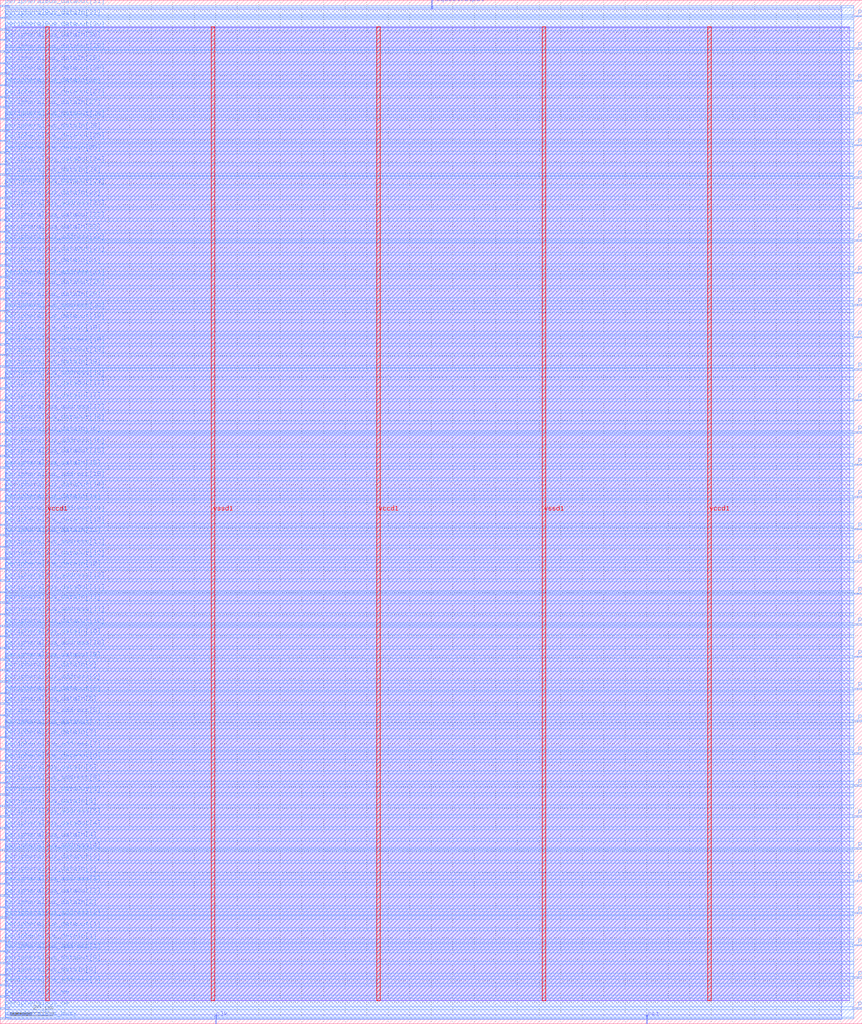
<source format=lef>
VERSION 5.7 ;
  NOWIREEXTENSIONATPIN ON ;
  DIVIDERCHAR "/" ;
  BUSBITCHARS "[]" ;
MACRO PWM
  CLASS BLOCK ;
  FOREIGN PWM ;
  ORIGIN 0.000 0.000 ;
  SIZE 400.000 BY 475.000 ;
  PIN clk
    DIRECTION INPUT ;
    USE SIGNAL ;
    PORT
      LAYER met2 ;
        RECT 99.910 0.000 100.190 4.000 ;
    END
  END clk
  PIN peripheralBus_address[0]
    DIRECTION INPUT ;
    USE SIGNAL ;
    PORT
      LAYER met3 ;
        RECT 0.000 17.720 4.000 18.320 ;
    END
  END peripheralBus_address[0]
  PIN peripheralBus_address[10]
    DIRECTION INPUT ;
    USE SIGNAL ;
    PORT
      LAYER met3 ;
        RECT 0.000 174.120 4.000 174.720 ;
    END
  END peripheralBus_address[10]
  PIN peripheralBus_address[11]
    DIRECTION INPUT ;
    USE SIGNAL ;
    PORT
      LAYER met3 ;
        RECT 0.000 189.760 4.000 190.360 ;
    END
  END peripheralBus_address[11]
  PIN peripheralBus_address[12]
    DIRECTION INPUT ;
    USE SIGNAL ;
    PORT
      LAYER met3 ;
        RECT 0.000 205.400 4.000 206.000 ;
    END
  END peripheralBus_address[12]
  PIN peripheralBus_address[13]
    DIRECTION INPUT ;
    USE SIGNAL ;
    PORT
      LAYER met3 ;
        RECT 0.000 221.040 4.000 221.640 ;
    END
  END peripheralBus_address[13]
  PIN peripheralBus_address[14]
    DIRECTION INPUT ;
    USE SIGNAL ;
    PORT
      LAYER met3 ;
        RECT 0.000 236.680 4.000 237.280 ;
    END
  END peripheralBus_address[14]
  PIN peripheralBus_address[15]
    DIRECTION INPUT ;
    USE SIGNAL ;
    PORT
      LAYER met3 ;
        RECT 0.000 252.320 4.000 252.920 ;
    END
  END peripheralBus_address[15]
  PIN peripheralBus_address[16]
    DIRECTION INPUT ;
    USE SIGNAL ;
    PORT
      LAYER met3 ;
        RECT 0.000 267.960 4.000 268.560 ;
    END
  END peripheralBus_address[16]
  PIN peripheralBus_address[17]
    DIRECTION INPUT ;
    USE SIGNAL ;
    PORT
      LAYER met3 ;
        RECT 0.000 283.600 4.000 284.200 ;
    END
  END peripheralBus_address[17]
  PIN peripheralBus_address[18]
    DIRECTION INPUT ;
    USE SIGNAL ;
    PORT
      LAYER met3 ;
        RECT 0.000 299.240 4.000 299.840 ;
    END
  END peripheralBus_address[18]
  PIN peripheralBus_address[19]
    DIRECTION INPUT ;
    USE SIGNAL ;
    PORT
      LAYER met3 ;
        RECT 0.000 314.880 4.000 315.480 ;
    END
  END peripheralBus_address[19]
  PIN peripheralBus_address[1]
    DIRECTION INPUT ;
    USE SIGNAL ;
    PORT
      LAYER met3 ;
        RECT 0.000 33.360 4.000 33.960 ;
    END
  END peripheralBus_address[1]
  PIN peripheralBus_address[20]
    DIRECTION INPUT ;
    USE SIGNAL ;
    PORT
      LAYER met3 ;
        RECT 0.000 330.520 4.000 331.120 ;
    END
  END peripheralBus_address[20]
  PIN peripheralBus_address[21]
    DIRECTION INPUT ;
    USE SIGNAL ;
    PORT
      LAYER met3 ;
        RECT 0.000 346.160 4.000 346.760 ;
    END
  END peripheralBus_address[21]
  PIN peripheralBus_address[22]
    DIRECTION INPUT ;
    USE SIGNAL ;
    PORT
      LAYER met3 ;
        RECT 0.000 362.480 4.000 363.080 ;
    END
  END peripheralBus_address[22]
  PIN peripheralBus_address[23]
    DIRECTION INPUT ;
    USE SIGNAL ;
    PORT
      LAYER met3 ;
        RECT 0.000 378.120 4.000 378.720 ;
    END
  END peripheralBus_address[23]
  PIN peripheralBus_address[2]
    DIRECTION INPUT ;
    USE SIGNAL ;
    PORT
      LAYER met3 ;
        RECT 0.000 49.000 4.000 49.600 ;
    END
  END peripheralBus_address[2]
  PIN peripheralBus_address[3]
    DIRECTION INPUT ;
    USE SIGNAL ;
    PORT
      LAYER met3 ;
        RECT 0.000 64.640 4.000 65.240 ;
    END
  END peripheralBus_address[3]
  PIN peripheralBus_address[4]
    DIRECTION INPUT ;
    USE SIGNAL ;
    PORT
      LAYER met3 ;
        RECT 0.000 80.280 4.000 80.880 ;
    END
  END peripheralBus_address[4]
  PIN peripheralBus_address[5]
    DIRECTION INPUT ;
    USE SIGNAL ;
    PORT
      LAYER met3 ;
        RECT 0.000 95.920 4.000 96.520 ;
    END
  END peripheralBus_address[5]
  PIN peripheralBus_address[6]
    DIRECTION INPUT ;
    USE SIGNAL ;
    PORT
      LAYER met3 ;
        RECT 0.000 111.560 4.000 112.160 ;
    END
  END peripheralBus_address[6]
  PIN peripheralBus_address[7]
    DIRECTION INPUT ;
    USE SIGNAL ;
    PORT
      LAYER met3 ;
        RECT 0.000 127.200 4.000 127.800 ;
    END
  END peripheralBus_address[7]
  PIN peripheralBus_address[8]
    DIRECTION INPUT ;
    USE SIGNAL ;
    PORT
      LAYER met3 ;
        RECT 0.000 142.840 4.000 143.440 ;
    END
  END peripheralBus_address[8]
  PIN peripheralBus_address[9]
    DIRECTION INPUT ;
    USE SIGNAL ;
    PORT
      LAYER met3 ;
        RECT 0.000 158.480 4.000 159.080 ;
    END
  END peripheralBus_address[9]
  PIN peripheralBus_busy
    DIRECTION OUTPUT TRISTATE ;
    USE SIGNAL ;
    PORT
      LAYER met3 ;
        RECT 0.000 2.080 4.000 2.680 ;
    END
  END peripheralBus_busy
  PIN peripheralBus_dataIn[0]
    DIRECTION INPUT ;
    USE SIGNAL ;
    PORT
      LAYER met3 ;
        RECT 0.000 22.480 4.000 23.080 ;
    END
  END peripheralBus_dataIn[0]
  PIN peripheralBus_dataIn[10]
    DIRECTION INPUT ;
    USE SIGNAL ;
    PORT
      LAYER met3 ;
        RECT 0.000 179.560 4.000 180.160 ;
    END
  END peripheralBus_dataIn[10]
  PIN peripheralBus_dataIn[11]
    DIRECTION INPUT ;
    USE SIGNAL ;
    PORT
      LAYER met3 ;
        RECT 0.000 195.200 4.000 195.800 ;
    END
  END peripheralBus_dataIn[11]
  PIN peripheralBus_dataIn[12]
    DIRECTION INPUT ;
    USE SIGNAL ;
    PORT
      LAYER met3 ;
        RECT 0.000 210.840 4.000 211.440 ;
    END
  END peripheralBus_dataIn[12]
  PIN peripheralBus_dataIn[13]
    DIRECTION INPUT ;
    USE SIGNAL ;
    PORT
      LAYER met3 ;
        RECT 0.000 226.480 4.000 227.080 ;
    END
  END peripheralBus_dataIn[13]
  PIN peripheralBus_dataIn[14]
    DIRECTION INPUT ;
    USE SIGNAL ;
    PORT
      LAYER met3 ;
        RECT 0.000 242.120 4.000 242.720 ;
    END
  END peripheralBus_dataIn[14]
  PIN peripheralBus_dataIn[15]
    DIRECTION INPUT ;
    USE SIGNAL ;
    PORT
      LAYER met3 ;
        RECT 0.000 257.760 4.000 258.360 ;
    END
  END peripheralBus_dataIn[15]
  PIN peripheralBus_dataIn[16]
    DIRECTION INPUT ;
    USE SIGNAL ;
    PORT
      LAYER met3 ;
        RECT 0.000 273.400 4.000 274.000 ;
    END
  END peripheralBus_dataIn[16]
  PIN peripheralBus_dataIn[17]
    DIRECTION INPUT ;
    USE SIGNAL ;
    PORT
      LAYER met3 ;
        RECT 0.000 289.040 4.000 289.640 ;
    END
  END peripheralBus_dataIn[17]
  PIN peripheralBus_dataIn[18]
    DIRECTION INPUT ;
    USE SIGNAL ;
    PORT
      LAYER met3 ;
        RECT 0.000 304.680 4.000 305.280 ;
    END
  END peripheralBus_dataIn[18]
  PIN peripheralBus_dataIn[19]
    DIRECTION INPUT ;
    USE SIGNAL ;
    PORT
      LAYER met3 ;
        RECT 0.000 320.320 4.000 320.920 ;
    END
  END peripheralBus_dataIn[19]
  PIN peripheralBus_dataIn[1]
    DIRECTION INPUT ;
    USE SIGNAL ;
    PORT
      LAYER met3 ;
        RECT 0.000 38.120 4.000 38.720 ;
    END
  END peripheralBus_dataIn[1]
  PIN peripheralBus_dataIn[20]
    DIRECTION INPUT ;
    USE SIGNAL ;
    PORT
      LAYER met3 ;
        RECT 0.000 335.960 4.000 336.560 ;
    END
  END peripheralBus_dataIn[20]
  PIN peripheralBus_dataIn[21]
    DIRECTION INPUT ;
    USE SIGNAL ;
    PORT
      LAYER met3 ;
        RECT 0.000 351.600 4.000 352.200 ;
    END
  END peripheralBus_dataIn[21]
  PIN peripheralBus_dataIn[22]
    DIRECTION INPUT ;
    USE SIGNAL ;
    PORT
      LAYER met3 ;
        RECT 0.000 367.240 4.000 367.840 ;
    END
  END peripheralBus_dataIn[22]
  PIN peripheralBus_dataIn[23]
    DIRECTION INPUT ;
    USE SIGNAL ;
    PORT
      LAYER met3 ;
        RECT 0.000 382.880 4.000 383.480 ;
    END
  END peripheralBus_dataIn[23]
  PIN peripheralBus_dataIn[24]
    DIRECTION INPUT ;
    USE SIGNAL ;
    PORT
      LAYER met3 ;
        RECT 0.000 393.760 4.000 394.360 ;
    END
  END peripheralBus_dataIn[24]
  PIN peripheralBus_dataIn[25]
    DIRECTION INPUT ;
    USE SIGNAL ;
    PORT
      LAYER met3 ;
        RECT 0.000 403.960 4.000 404.560 ;
    END
  END peripheralBus_dataIn[25]
  PIN peripheralBus_dataIn[26]
    DIRECTION INPUT ;
    USE SIGNAL ;
    PORT
      LAYER met3 ;
        RECT 0.000 414.160 4.000 414.760 ;
    END
  END peripheralBus_dataIn[26]
  PIN peripheralBus_dataIn[27]
    DIRECTION INPUT ;
    USE SIGNAL ;
    PORT
      LAYER met3 ;
        RECT 0.000 425.040 4.000 425.640 ;
    END
  END peripheralBus_dataIn[27]
  PIN peripheralBus_dataIn[28]
    DIRECTION INPUT ;
    USE SIGNAL ;
    PORT
      LAYER met3 ;
        RECT 0.000 435.240 4.000 435.840 ;
    END
  END peripheralBus_dataIn[28]
  PIN peripheralBus_dataIn[29]
    DIRECTION INPUT ;
    USE SIGNAL ;
    PORT
      LAYER met3 ;
        RECT 0.000 445.440 4.000 446.040 ;
    END
  END peripheralBus_dataIn[29]
  PIN peripheralBus_dataIn[2]
    DIRECTION INPUT ;
    USE SIGNAL ;
    PORT
      LAYER met3 ;
        RECT 0.000 53.760 4.000 54.360 ;
    END
  END peripheralBus_dataIn[2]
  PIN peripheralBus_dataIn[30]
    DIRECTION INPUT ;
    USE SIGNAL ;
    PORT
      LAYER met3 ;
        RECT 0.000 456.320 4.000 456.920 ;
    END
  END peripheralBus_dataIn[30]
  PIN peripheralBus_dataIn[31]
    DIRECTION INPUT ;
    USE SIGNAL ;
    PORT
      LAYER met3 ;
        RECT 0.000 466.520 4.000 467.120 ;
    END
  END peripheralBus_dataIn[31]
  PIN peripheralBus_dataIn[3]
    DIRECTION INPUT ;
    USE SIGNAL ;
    PORT
      LAYER met3 ;
        RECT 0.000 69.400 4.000 70.000 ;
    END
  END peripheralBus_dataIn[3]
  PIN peripheralBus_dataIn[4]
    DIRECTION INPUT ;
    USE SIGNAL ;
    PORT
      LAYER met3 ;
        RECT 0.000 85.040 4.000 85.640 ;
    END
  END peripheralBus_dataIn[4]
  PIN peripheralBus_dataIn[5]
    DIRECTION INPUT ;
    USE SIGNAL ;
    PORT
      LAYER met3 ;
        RECT 0.000 100.680 4.000 101.280 ;
    END
  END peripheralBus_dataIn[5]
  PIN peripheralBus_dataIn[6]
    DIRECTION INPUT ;
    USE SIGNAL ;
    PORT
      LAYER met3 ;
        RECT 0.000 116.320 4.000 116.920 ;
    END
  END peripheralBus_dataIn[6]
  PIN peripheralBus_dataIn[7]
    DIRECTION INPUT ;
    USE SIGNAL ;
    PORT
      LAYER met3 ;
        RECT 0.000 132.640 4.000 133.240 ;
    END
  END peripheralBus_dataIn[7]
  PIN peripheralBus_dataIn[8]
    DIRECTION INPUT ;
    USE SIGNAL ;
    PORT
      LAYER met3 ;
        RECT 0.000 148.280 4.000 148.880 ;
    END
  END peripheralBus_dataIn[8]
  PIN peripheralBus_dataIn[9]
    DIRECTION INPUT ;
    USE SIGNAL ;
    PORT
      LAYER met3 ;
        RECT 0.000 163.920 4.000 164.520 ;
    END
  END peripheralBus_dataIn[9]
  PIN peripheralBus_dataOut[0]
    DIRECTION OUTPUT TRISTATE ;
    USE SIGNAL ;
    PORT
      LAYER met3 ;
        RECT 0.000 27.920 4.000 28.520 ;
    END
  END peripheralBus_dataOut[0]
  PIN peripheralBus_dataOut[10]
    DIRECTION OUTPUT TRISTATE ;
    USE SIGNAL ;
    PORT
      LAYER met3 ;
        RECT 0.000 184.320 4.000 184.920 ;
    END
  END peripheralBus_dataOut[10]
  PIN peripheralBus_dataOut[11]
    DIRECTION OUTPUT TRISTATE ;
    USE SIGNAL ;
    PORT
      LAYER met3 ;
        RECT 0.000 199.960 4.000 200.560 ;
    END
  END peripheralBus_dataOut[11]
  PIN peripheralBus_dataOut[12]
    DIRECTION OUTPUT TRISTATE ;
    USE SIGNAL ;
    PORT
      LAYER met3 ;
        RECT 0.000 215.600 4.000 216.200 ;
    END
  END peripheralBus_dataOut[12]
  PIN peripheralBus_dataOut[13]
    DIRECTION OUTPUT TRISTATE ;
    USE SIGNAL ;
    PORT
      LAYER met3 ;
        RECT 0.000 231.240 4.000 231.840 ;
    END
  END peripheralBus_dataOut[13]
  PIN peripheralBus_dataOut[14]
    DIRECTION OUTPUT TRISTATE ;
    USE SIGNAL ;
    PORT
      LAYER met3 ;
        RECT 0.000 247.560 4.000 248.160 ;
    END
  END peripheralBus_dataOut[14]
  PIN peripheralBus_dataOut[15]
    DIRECTION OUTPUT TRISTATE ;
    USE SIGNAL ;
    PORT
      LAYER met3 ;
        RECT 0.000 263.200 4.000 263.800 ;
    END
  END peripheralBus_dataOut[15]
  PIN peripheralBus_dataOut[16]
    DIRECTION OUTPUT TRISTATE ;
    USE SIGNAL ;
    PORT
      LAYER met3 ;
        RECT 0.000 278.840 4.000 279.440 ;
    END
  END peripheralBus_dataOut[16]
  PIN peripheralBus_dataOut[17]
    DIRECTION OUTPUT TRISTATE ;
    USE SIGNAL ;
    PORT
      LAYER met3 ;
        RECT 0.000 294.480 4.000 295.080 ;
    END
  END peripheralBus_dataOut[17]
  PIN peripheralBus_dataOut[18]
    DIRECTION OUTPUT TRISTATE ;
    USE SIGNAL ;
    PORT
      LAYER met3 ;
        RECT 0.000 310.120 4.000 310.720 ;
    END
  END peripheralBus_dataOut[18]
  PIN peripheralBus_dataOut[19]
    DIRECTION OUTPUT TRISTATE ;
    USE SIGNAL ;
    PORT
      LAYER met3 ;
        RECT 0.000 325.760 4.000 326.360 ;
    END
  END peripheralBus_dataOut[19]
  PIN peripheralBus_dataOut[1]
    DIRECTION OUTPUT TRISTATE ;
    USE SIGNAL ;
    PORT
      LAYER met3 ;
        RECT 0.000 43.560 4.000 44.160 ;
    END
  END peripheralBus_dataOut[1]
  PIN peripheralBus_dataOut[20]
    DIRECTION OUTPUT TRISTATE ;
    USE SIGNAL ;
    PORT
      LAYER met3 ;
        RECT 0.000 341.400 4.000 342.000 ;
    END
  END peripheralBus_dataOut[20]
  PIN peripheralBus_dataOut[21]
    DIRECTION OUTPUT TRISTATE ;
    USE SIGNAL ;
    PORT
      LAYER met3 ;
        RECT 0.000 357.040 4.000 357.640 ;
    END
  END peripheralBus_dataOut[21]
  PIN peripheralBus_dataOut[22]
    DIRECTION OUTPUT TRISTATE ;
    USE SIGNAL ;
    PORT
      LAYER met3 ;
        RECT 0.000 372.680 4.000 373.280 ;
    END
  END peripheralBus_dataOut[22]
  PIN peripheralBus_dataOut[23]
    DIRECTION OUTPUT TRISTATE ;
    USE SIGNAL ;
    PORT
      LAYER met3 ;
        RECT 0.000 388.320 4.000 388.920 ;
    END
  END peripheralBus_dataOut[23]
  PIN peripheralBus_dataOut[24]
    DIRECTION OUTPUT TRISTATE ;
    USE SIGNAL ;
    PORT
      LAYER met3 ;
        RECT 0.000 398.520 4.000 399.120 ;
    END
  END peripheralBus_dataOut[24]
  PIN peripheralBus_dataOut[25]
    DIRECTION OUTPUT TRISTATE ;
    USE SIGNAL ;
    PORT
      LAYER met3 ;
        RECT 0.000 409.400 4.000 410.000 ;
    END
  END peripheralBus_dataOut[25]
  PIN peripheralBus_dataOut[26]
    DIRECTION OUTPUT TRISTATE ;
    USE SIGNAL ;
    PORT
      LAYER met3 ;
        RECT 0.000 419.600 4.000 420.200 ;
    END
  END peripheralBus_dataOut[26]
  PIN peripheralBus_dataOut[27]
    DIRECTION OUTPUT TRISTATE ;
    USE SIGNAL ;
    PORT
      LAYER met3 ;
        RECT 0.000 429.800 4.000 430.400 ;
    END
  END peripheralBus_dataOut[27]
  PIN peripheralBus_dataOut[28]
    DIRECTION OUTPUT TRISTATE ;
    USE SIGNAL ;
    PORT
      LAYER met3 ;
        RECT 0.000 440.680 4.000 441.280 ;
    END
  END peripheralBus_dataOut[28]
  PIN peripheralBus_dataOut[29]
    DIRECTION OUTPUT TRISTATE ;
    USE SIGNAL ;
    PORT
      LAYER met3 ;
        RECT 0.000 450.880 4.000 451.480 ;
    END
  END peripheralBus_dataOut[29]
  PIN peripheralBus_dataOut[2]
    DIRECTION OUTPUT TRISTATE ;
    USE SIGNAL ;
    PORT
      LAYER met3 ;
        RECT 0.000 59.200 4.000 59.800 ;
    END
  END peripheralBus_dataOut[2]
  PIN peripheralBus_dataOut[30]
    DIRECTION OUTPUT TRISTATE ;
    USE SIGNAL ;
    PORT
      LAYER met3 ;
        RECT 0.000 461.080 4.000 461.680 ;
    END
  END peripheralBus_dataOut[30]
  PIN peripheralBus_dataOut[31]
    DIRECTION OUTPUT TRISTATE ;
    USE SIGNAL ;
    PORT
      LAYER met3 ;
        RECT 0.000 471.960 4.000 472.560 ;
    END
  END peripheralBus_dataOut[31]
  PIN peripheralBus_dataOut[3]
    DIRECTION OUTPUT TRISTATE ;
    USE SIGNAL ;
    PORT
      LAYER met3 ;
        RECT 0.000 74.840 4.000 75.440 ;
    END
  END peripheralBus_dataOut[3]
  PIN peripheralBus_dataOut[4]
    DIRECTION OUTPUT TRISTATE ;
    USE SIGNAL ;
    PORT
      LAYER met3 ;
        RECT 0.000 90.480 4.000 91.080 ;
    END
  END peripheralBus_dataOut[4]
  PIN peripheralBus_dataOut[5]
    DIRECTION OUTPUT TRISTATE ;
    USE SIGNAL ;
    PORT
      LAYER met3 ;
        RECT 0.000 106.120 4.000 106.720 ;
    END
  END peripheralBus_dataOut[5]
  PIN peripheralBus_dataOut[6]
    DIRECTION OUTPUT TRISTATE ;
    USE SIGNAL ;
    PORT
      LAYER met3 ;
        RECT 0.000 121.760 4.000 122.360 ;
    END
  END peripheralBus_dataOut[6]
  PIN peripheralBus_dataOut[7]
    DIRECTION OUTPUT TRISTATE ;
    USE SIGNAL ;
    PORT
      LAYER met3 ;
        RECT 0.000 137.400 4.000 138.000 ;
    END
  END peripheralBus_dataOut[7]
  PIN peripheralBus_dataOut[8]
    DIRECTION OUTPUT TRISTATE ;
    USE SIGNAL ;
    PORT
      LAYER met3 ;
        RECT 0.000 153.040 4.000 153.640 ;
    END
  END peripheralBus_dataOut[8]
  PIN peripheralBus_dataOut[9]
    DIRECTION OUTPUT TRISTATE ;
    USE SIGNAL ;
    PORT
      LAYER met3 ;
        RECT 0.000 168.680 4.000 169.280 ;
    END
  END peripheralBus_dataOut[9]
  PIN peripheralBus_oe
    DIRECTION INPUT ;
    USE SIGNAL ;
    PORT
      LAYER met3 ;
        RECT 0.000 6.840 4.000 7.440 ;
    END
  END peripheralBus_oe
  PIN peripheralBus_we
    DIRECTION INPUT ;
    USE SIGNAL ;
    PORT
      LAYER met3 ;
        RECT 0.000 12.280 4.000 12.880 ;
    END
  END peripheralBus_we
  PIN pwm_en[0]
    DIRECTION OUTPUT TRISTATE ;
    USE SIGNAL ;
    PORT
      LAYER met3 ;
        RECT 396.000 6.840 400.000 7.440 ;
    END
  END pwm_en[0]
  PIN pwm_en[10]
    DIRECTION OUTPUT TRISTATE ;
    USE SIGNAL ;
    PORT
      LAYER met3 ;
        RECT 396.000 303.320 400.000 303.920 ;
    END
  END pwm_en[10]
  PIN pwm_en[11]
    DIRECTION OUTPUT TRISTATE ;
    USE SIGNAL ;
    PORT
      LAYER met3 ;
        RECT 396.000 333.240 400.000 333.840 ;
    END
  END pwm_en[11]
  PIN pwm_en[12]
    DIRECTION OUTPUT TRISTATE ;
    USE SIGNAL ;
    PORT
      LAYER met3 ;
        RECT 396.000 363.160 400.000 363.760 ;
    END
  END pwm_en[12]
  PIN pwm_en[13]
    DIRECTION OUTPUT TRISTATE ;
    USE SIGNAL ;
    PORT
      LAYER met3 ;
        RECT 396.000 392.400 400.000 393.000 ;
    END
  END pwm_en[13]
  PIN pwm_en[14]
    DIRECTION OUTPUT TRISTATE ;
    USE SIGNAL ;
    PORT
      LAYER met3 ;
        RECT 396.000 422.320 400.000 422.920 ;
    END
  END pwm_en[14]
  PIN pwm_en[15]
    DIRECTION OUTPUT TRISTATE ;
    USE SIGNAL ;
    PORT
      LAYER met3 ;
        RECT 396.000 452.240 400.000 452.840 ;
    END
  END pwm_en[15]
  PIN pwm_en[1]
    DIRECTION OUTPUT TRISTATE ;
    USE SIGNAL ;
    PORT
      LAYER met3 ;
        RECT 396.000 36.080 400.000 36.680 ;
    END
  END pwm_en[1]
  PIN pwm_en[2]
    DIRECTION OUTPUT TRISTATE ;
    USE SIGNAL ;
    PORT
      LAYER met3 ;
        RECT 396.000 66.000 400.000 66.600 ;
    END
  END pwm_en[2]
  PIN pwm_en[3]
    DIRECTION OUTPUT TRISTATE ;
    USE SIGNAL ;
    PORT
      LAYER met3 ;
        RECT 396.000 95.920 400.000 96.520 ;
    END
  END pwm_en[3]
  PIN pwm_en[4]
    DIRECTION OUTPUT TRISTATE ;
    USE SIGNAL ;
    PORT
      LAYER met3 ;
        RECT 396.000 125.160 400.000 125.760 ;
    END
  END pwm_en[4]
  PIN pwm_en[5]
    DIRECTION OUTPUT TRISTATE ;
    USE SIGNAL ;
    PORT
      LAYER met3 ;
        RECT 396.000 155.080 400.000 155.680 ;
    END
  END pwm_en[5]
  PIN pwm_en[6]
    DIRECTION OUTPUT TRISTATE ;
    USE SIGNAL ;
    PORT
      LAYER met3 ;
        RECT 396.000 185.000 400.000 185.600 ;
    END
  END pwm_en[6]
  PIN pwm_en[7]
    DIRECTION OUTPUT TRISTATE ;
    USE SIGNAL ;
    PORT
      LAYER met3 ;
        RECT 396.000 214.240 400.000 214.840 ;
    END
  END pwm_en[7]
  PIN pwm_en[8]
    DIRECTION OUTPUT TRISTATE ;
    USE SIGNAL ;
    PORT
      LAYER met3 ;
        RECT 396.000 244.160 400.000 244.760 ;
    END
  END pwm_en[8]
  PIN pwm_en[9]
    DIRECTION OUTPUT TRISTATE ;
    USE SIGNAL ;
    PORT
      LAYER met3 ;
        RECT 396.000 274.080 400.000 274.680 ;
    END
  END pwm_en[9]
  PIN pwm_out[0]
    DIRECTION OUTPUT TRISTATE ;
    USE SIGNAL ;
    PORT
      LAYER met3 ;
        RECT 396.000 21.120 400.000 21.720 ;
    END
  END pwm_out[0]
  PIN pwm_out[10]
    DIRECTION OUTPUT TRISTATE ;
    USE SIGNAL ;
    PORT
      LAYER met3 ;
        RECT 396.000 318.280 400.000 318.880 ;
    END
  END pwm_out[10]
  PIN pwm_out[11]
    DIRECTION OUTPUT TRISTATE ;
    USE SIGNAL ;
    PORT
      LAYER met3 ;
        RECT 396.000 348.200 400.000 348.800 ;
    END
  END pwm_out[11]
  PIN pwm_out[12]
    DIRECTION OUTPUT TRISTATE ;
    USE SIGNAL ;
    PORT
      LAYER met3 ;
        RECT 396.000 378.120 400.000 378.720 ;
    END
  END pwm_out[12]
  PIN pwm_out[13]
    DIRECTION OUTPUT TRISTATE ;
    USE SIGNAL ;
    PORT
      LAYER met3 ;
        RECT 396.000 407.360 400.000 407.960 ;
    END
  END pwm_out[13]
  PIN pwm_out[14]
    DIRECTION OUTPUT TRISTATE ;
    USE SIGNAL ;
    PORT
      LAYER met3 ;
        RECT 396.000 437.280 400.000 437.880 ;
    END
  END pwm_out[14]
  PIN pwm_out[15]
    DIRECTION OUTPUT TRISTATE ;
    USE SIGNAL ;
    PORT
      LAYER met3 ;
        RECT 396.000 467.200 400.000 467.800 ;
    END
  END pwm_out[15]
  PIN pwm_out[1]
    DIRECTION OUTPUT TRISTATE ;
    USE SIGNAL ;
    PORT
      LAYER met3 ;
        RECT 396.000 51.040 400.000 51.640 ;
    END
  END pwm_out[1]
  PIN pwm_out[2]
    DIRECTION OUTPUT TRISTATE ;
    USE SIGNAL ;
    PORT
      LAYER met3 ;
        RECT 396.000 80.960 400.000 81.560 ;
    END
  END pwm_out[2]
  PIN pwm_out[3]
    DIRECTION OUTPUT TRISTATE ;
    USE SIGNAL ;
    PORT
      LAYER met3 ;
        RECT 396.000 110.200 400.000 110.800 ;
    END
  END pwm_out[3]
  PIN pwm_out[4]
    DIRECTION OUTPUT TRISTATE ;
    USE SIGNAL ;
    PORT
      LAYER met3 ;
        RECT 396.000 140.120 400.000 140.720 ;
    END
  END pwm_out[4]
  PIN pwm_out[5]
    DIRECTION OUTPUT TRISTATE ;
    USE SIGNAL ;
    PORT
      LAYER met3 ;
        RECT 396.000 170.040 400.000 170.640 ;
    END
  END pwm_out[5]
  PIN pwm_out[6]
    DIRECTION OUTPUT TRISTATE ;
    USE SIGNAL ;
    PORT
      LAYER met3 ;
        RECT 396.000 199.280 400.000 199.880 ;
    END
  END pwm_out[6]
  PIN pwm_out[7]
    DIRECTION OUTPUT TRISTATE ;
    USE SIGNAL ;
    PORT
      LAYER met3 ;
        RECT 396.000 229.200 400.000 229.800 ;
    END
  END pwm_out[7]
  PIN pwm_out[8]
    DIRECTION OUTPUT TRISTATE ;
    USE SIGNAL ;
    PORT
      LAYER met3 ;
        RECT 396.000 259.120 400.000 259.720 ;
    END
  END pwm_out[8]
  PIN pwm_out[9]
    DIRECTION OUTPUT TRISTATE ;
    USE SIGNAL ;
    PORT
      LAYER met3 ;
        RECT 396.000 289.040 400.000 289.640 ;
    END
  END pwm_out[9]
  PIN requestOutput
    DIRECTION OUTPUT TRISTATE ;
    USE SIGNAL ;
    PORT
      LAYER met2 ;
        RECT 200.190 471.000 200.470 475.000 ;
    END
  END requestOutput
  PIN rst
    DIRECTION INPUT ;
    USE SIGNAL ;
    PORT
      LAYER met2 ;
        RECT 300.010 0.000 300.290 4.000 ;
    END
  END rst
  PIN vccd1
    DIRECTION INPUT ;
    USE POWER ;
    PORT
      LAYER met4 ;
        RECT 21.040 10.640 22.640 462.640 ;
    END
    PORT
      LAYER met4 ;
        RECT 174.640 10.640 176.240 462.640 ;
    END
    PORT
      LAYER met4 ;
        RECT 328.240 10.640 329.840 462.640 ;
    END
  END vccd1
  PIN vssd1
    DIRECTION INPUT ;
    USE GROUND ;
    PORT
      LAYER met4 ;
        RECT 97.840 10.640 99.440 462.640 ;
    END
    PORT
      LAYER met4 ;
        RECT 251.440 10.640 253.040 462.640 ;
    END
  END vssd1
  OBS
      LAYER li1 ;
        RECT 5.520 10.795 394.220 462.485 ;
      LAYER met1 ;
        RECT 2.830 10.640 394.220 462.640 ;
      LAYER met2 ;
        RECT 2.390 470.720 199.910 472.445 ;
        RECT 200.750 470.720 390.450 472.445 ;
        RECT 2.390 4.280 390.450 470.720 ;
        RECT 2.390 2.195 99.630 4.280 ;
        RECT 100.470 2.195 299.730 4.280 ;
        RECT 300.570 2.195 390.450 4.280 ;
      LAYER met3 ;
        RECT 4.400 471.560 396.000 472.425 ;
        RECT 2.365 468.200 396.000 471.560 ;
        RECT 2.365 467.520 395.600 468.200 ;
        RECT 4.400 466.800 395.600 467.520 ;
        RECT 4.400 466.120 396.000 466.800 ;
        RECT 2.365 462.080 396.000 466.120 ;
        RECT 4.400 460.680 396.000 462.080 ;
        RECT 2.365 457.320 396.000 460.680 ;
        RECT 4.400 455.920 396.000 457.320 ;
        RECT 2.365 453.240 396.000 455.920 ;
        RECT 2.365 451.880 395.600 453.240 ;
        RECT 4.400 451.840 395.600 451.880 ;
        RECT 4.400 450.480 396.000 451.840 ;
        RECT 2.365 446.440 396.000 450.480 ;
        RECT 4.400 445.040 396.000 446.440 ;
        RECT 2.365 441.680 396.000 445.040 ;
        RECT 4.400 440.280 396.000 441.680 ;
        RECT 2.365 438.280 396.000 440.280 ;
        RECT 2.365 436.880 395.600 438.280 ;
        RECT 2.365 436.240 396.000 436.880 ;
        RECT 4.400 434.840 396.000 436.240 ;
        RECT 2.365 430.800 396.000 434.840 ;
        RECT 4.400 429.400 396.000 430.800 ;
        RECT 2.365 426.040 396.000 429.400 ;
        RECT 4.400 424.640 396.000 426.040 ;
        RECT 2.365 423.320 396.000 424.640 ;
        RECT 2.365 421.920 395.600 423.320 ;
        RECT 2.365 420.600 396.000 421.920 ;
        RECT 4.400 419.200 396.000 420.600 ;
        RECT 2.365 415.160 396.000 419.200 ;
        RECT 4.400 413.760 396.000 415.160 ;
        RECT 2.365 410.400 396.000 413.760 ;
        RECT 4.400 409.000 396.000 410.400 ;
        RECT 2.365 408.360 396.000 409.000 ;
        RECT 2.365 406.960 395.600 408.360 ;
        RECT 2.365 404.960 396.000 406.960 ;
        RECT 4.400 403.560 396.000 404.960 ;
        RECT 2.365 399.520 396.000 403.560 ;
        RECT 4.400 398.120 396.000 399.520 ;
        RECT 2.365 394.760 396.000 398.120 ;
        RECT 4.400 393.400 396.000 394.760 ;
        RECT 4.400 393.360 395.600 393.400 ;
        RECT 2.365 392.000 395.600 393.360 ;
        RECT 2.365 389.320 396.000 392.000 ;
        RECT 4.400 387.920 396.000 389.320 ;
        RECT 2.365 383.880 396.000 387.920 ;
        RECT 4.400 382.480 396.000 383.880 ;
        RECT 2.365 379.120 396.000 382.480 ;
        RECT 4.400 377.720 395.600 379.120 ;
        RECT 2.365 373.680 396.000 377.720 ;
        RECT 4.400 372.280 396.000 373.680 ;
        RECT 2.365 368.240 396.000 372.280 ;
        RECT 4.400 366.840 396.000 368.240 ;
        RECT 2.365 364.160 396.000 366.840 ;
        RECT 2.365 363.480 395.600 364.160 ;
        RECT 4.400 362.760 395.600 363.480 ;
        RECT 4.400 362.080 396.000 362.760 ;
        RECT 2.365 358.040 396.000 362.080 ;
        RECT 4.400 356.640 396.000 358.040 ;
        RECT 2.365 352.600 396.000 356.640 ;
        RECT 4.400 351.200 396.000 352.600 ;
        RECT 2.365 349.200 396.000 351.200 ;
        RECT 2.365 347.800 395.600 349.200 ;
        RECT 2.365 347.160 396.000 347.800 ;
        RECT 4.400 345.760 396.000 347.160 ;
        RECT 2.365 342.400 396.000 345.760 ;
        RECT 4.400 341.000 396.000 342.400 ;
        RECT 2.365 336.960 396.000 341.000 ;
        RECT 4.400 335.560 396.000 336.960 ;
        RECT 2.365 334.240 396.000 335.560 ;
        RECT 2.365 332.840 395.600 334.240 ;
        RECT 2.365 331.520 396.000 332.840 ;
        RECT 4.400 330.120 396.000 331.520 ;
        RECT 2.365 326.760 396.000 330.120 ;
        RECT 4.400 325.360 396.000 326.760 ;
        RECT 2.365 321.320 396.000 325.360 ;
        RECT 4.400 319.920 396.000 321.320 ;
        RECT 2.365 319.280 396.000 319.920 ;
        RECT 2.365 317.880 395.600 319.280 ;
        RECT 2.365 315.880 396.000 317.880 ;
        RECT 4.400 314.480 396.000 315.880 ;
        RECT 2.365 311.120 396.000 314.480 ;
        RECT 4.400 309.720 396.000 311.120 ;
        RECT 2.365 305.680 396.000 309.720 ;
        RECT 4.400 304.320 396.000 305.680 ;
        RECT 4.400 304.280 395.600 304.320 ;
        RECT 2.365 302.920 395.600 304.280 ;
        RECT 2.365 300.240 396.000 302.920 ;
        RECT 4.400 298.840 396.000 300.240 ;
        RECT 2.365 295.480 396.000 298.840 ;
        RECT 4.400 294.080 396.000 295.480 ;
        RECT 2.365 290.040 396.000 294.080 ;
        RECT 4.400 288.640 395.600 290.040 ;
        RECT 2.365 284.600 396.000 288.640 ;
        RECT 4.400 283.200 396.000 284.600 ;
        RECT 2.365 279.840 396.000 283.200 ;
        RECT 4.400 278.440 396.000 279.840 ;
        RECT 2.365 275.080 396.000 278.440 ;
        RECT 2.365 274.400 395.600 275.080 ;
        RECT 4.400 273.680 395.600 274.400 ;
        RECT 4.400 273.000 396.000 273.680 ;
        RECT 2.365 268.960 396.000 273.000 ;
        RECT 4.400 267.560 396.000 268.960 ;
        RECT 2.365 264.200 396.000 267.560 ;
        RECT 4.400 262.800 396.000 264.200 ;
        RECT 2.365 260.120 396.000 262.800 ;
        RECT 2.365 258.760 395.600 260.120 ;
        RECT 4.400 258.720 395.600 258.760 ;
        RECT 4.400 257.360 396.000 258.720 ;
        RECT 2.365 253.320 396.000 257.360 ;
        RECT 4.400 251.920 396.000 253.320 ;
        RECT 2.365 248.560 396.000 251.920 ;
        RECT 4.400 247.160 396.000 248.560 ;
        RECT 2.365 245.160 396.000 247.160 ;
        RECT 2.365 243.760 395.600 245.160 ;
        RECT 2.365 243.120 396.000 243.760 ;
        RECT 4.400 241.720 396.000 243.120 ;
        RECT 2.365 237.680 396.000 241.720 ;
        RECT 4.400 236.280 396.000 237.680 ;
        RECT 2.365 232.240 396.000 236.280 ;
        RECT 4.400 230.840 396.000 232.240 ;
        RECT 2.365 230.200 396.000 230.840 ;
        RECT 2.365 228.800 395.600 230.200 ;
        RECT 2.365 227.480 396.000 228.800 ;
        RECT 4.400 226.080 396.000 227.480 ;
        RECT 2.365 222.040 396.000 226.080 ;
        RECT 4.400 220.640 396.000 222.040 ;
        RECT 2.365 216.600 396.000 220.640 ;
        RECT 4.400 215.240 396.000 216.600 ;
        RECT 4.400 215.200 395.600 215.240 ;
        RECT 2.365 213.840 395.600 215.200 ;
        RECT 2.365 211.840 396.000 213.840 ;
        RECT 4.400 210.440 396.000 211.840 ;
        RECT 2.365 206.400 396.000 210.440 ;
        RECT 4.400 205.000 396.000 206.400 ;
        RECT 2.365 200.960 396.000 205.000 ;
        RECT 4.400 200.280 396.000 200.960 ;
        RECT 4.400 199.560 395.600 200.280 ;
        RECT 2.365 198.880 395.600 199.560 ;
        RECT 2.365 196.200 396.000 198.880 ;
        RECT 4.400 194.800 396.000 196.200 ;
        RECT 2.365 190.760 396.000 194.800 ;
        RECT 4.400 189.360 396.000 190.760 ;
        RECT 2.365 186.000 396.000 189.360 ;
        RECT 2.365 185.320 395.600 186.000 ;
        RECT 4.400 184.600 395.600 185.320 ;
        RECT 4.400 183.920 396.000 184.600 ;
        RECT 2.365 180.560 396.000 183.920 ;
        RECT 4.400 179.160 396.000 180.560 ;
        RECT 2.365 175.120 396.000 179.160 ;
        RECT 4.400 173.720 396.000 175.120 ;
        RECT 2.365 171.040 396.000 173.720 ;
        RECT 2.365 169.680 395.600 171.040 ;
        RECT 4.400 169.640 395.600 169.680 ;
        RECT 4.400 168.280 396.000 169.640 ;
        RECT 2.365 164.920 396.000 168.280 ;
        RECT 4.400 163.520 396.000 164.920 ;
        RECT 2.365 159.480 396.000 163.520 ;
        RECT 4.400 158.080 396.000 159.480 ;
        RECT 2.365 156.080 396.000 158.080 ;
        RECT 2.365 154.680 395.600 156.080 ;
        RECT 2.365 154.040 396.000 154.680 ;
        RECT 4.400 152.640 396.000 154.040 ;
        RECT 2.365 149.280 396.000 152.640 ;
        RECT 4.400 147.880 396.000 149.280 ;
        RECT 2.365 143.840 396.000 147.880 ;
        RECT 4.400 142.440 396.000 143.840 ;
        RECT 2.365 141.120 396.000 142.440 ;
        RECT 2.365 139.720 395.600 141.120 ;
        RECT 2.365 138.400 396.000 139.720 ;
        RECT 4.400 137.000 396.000 138.400 ;
        RECT 2.365 133.640 396.000 137.000 ;
        RECT 4.400 132.240 396.000 133.640 ;
        RECT 2.365 128.200 396.000 132.240 ;
        RECT 4.400 126.800 396.000 128.200 ;
        RECT 2.365 126.160 396.000 126.800 ;
        RECT 2.365 124.760 395.600 126.160 ;
        RECT 2.365 122.760 396.000 124.760 ;
        RECT 4.400 121.360 396.000 122.760 ;
        RECT 2.365 117.320 396.000 121.360 ;
        RECT 4.400 115.920 396.000 117.320 ;
        RECT 2.365 112.560 396.000 115.920 ;
        RECT 4.400 111.200 396.000 112.560 ;
        RECT 4.400 111.160 395.600 111.200 ;
        RECT 2.365 109.800 395.600 111.160 ;
        RECT 2.365 107.120 396.000 109.800 ;
        RECT 4.400 105.720 396.000 107.120 ;
        RECT 2.365 101.680 396.000 105.720 ;
        RECT 4.400 100.280 396.000 101.680 ;
        RECT 2.365 96.920 396.000 100.280 ;
        RECT 4.400 95.520 395.600 96.920 ;
        RECT 2.365 91.480 396.000 95.520 ;
        RECT 4.400 90.080 396.000 91.480 ;
        RECT 2.365 86.040 396.000 90.080 ;
        RECT 4.400 84.640 396.000 86.040 ;
        RECT 2.365 81.960 396.000 84.640 ;
        RECT 2.365 81.280 395.600 81.960 ;
        RECT 4.400 80.560 395.600 81.280 ;
        RECT 4.400 79.880 396.000 80.560 ;
        RECT 2.365 75.840 396.000 79.880 ;
        RECT 4.400 74.440 396.000 75.840 ;
        RECT 2.365 70.400 396.000 74.440 ;
        RECT 4.400 69.000 396.000 70.400 ;
        RECT 2.365 67.000 396.000 69.000 ;
        RECT 2.365 65.640 395.600 67.000 ;
        RECT 4.400 65.600 395.600 65.640 ;
        RECT 4.400 64.240 396.000 65.600 ;
        RECT 2.365 60.200 396.000 64.240 ;
        RECT 4.400 58.800 396.000 60.200 ;
        RECT 2.365 54.760 396.000 58.800 ;
        RECT 4.400 53.360 396.000 54.760 ;
        RECT 2.365 52.040 396.000 53.360 ;
        RECT 2.365 50.640 395.600 52.040 ;
        RECT 2.365 50.000 396.000 50.640 ;
        RECT 4.400 48.600 396.000 50.000 ;
        RECT 2.365 44.560 396.000 48.600 ;
        RECT 4.400 43.160 396.000 44.560 ;
        RECT 2.365 39.120 396.000 43.160 ;
        RECT 4.400 37.720 396.000 39.120 ;
        RECT 2.365 37.080 396.000 37.720 ;
        RECT 2.365 35.680 395.600 37.080 ;
        RECT 2.365 34.360 396.000 35.680 ;
        RECT 4.400 32.960 396.000 34.360 ;
        RECT 2.365 28.920 396.000 32.960 ;
        RECT 4.400 27.520 396.000 28.920 ;
        RECT 2.365 23.480 396.000 27.520 ;
        RECT 4.400 22.120 396.000 23.480 ;
        RECT 4.400 22.080 395.600 22.120 ;
        RECT 2.365 20.720 395.600 22.080 ;
        RECT 2.365 18.720 396.000 20.720 ;
        RECT 4.400 17.320 396.000 18.720 ;
        RECT 2.365 13.280 396.000 17.320 ;
        RECT 4.400 11.880 396.000 13.280 ;
        RECT 2.365 7.840 396.000 11.880 ;
        RECT 4.400 6.440 395.600 7.840 ;
        RECT 2.365 3.080 396.000 6.440 ;
        RECT 4.400 2.215 396.000 3.080 ;
  END
END PWM
END LIBRARY


</source>
